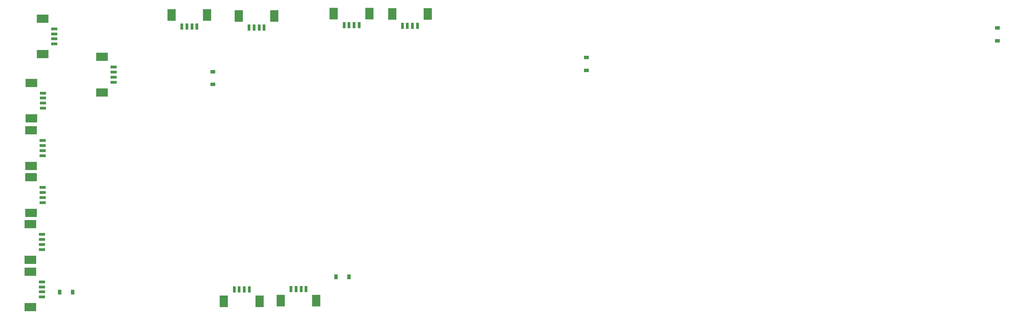
<source format=gbp>
G04 Layer_Color=128*
%FSLAX42Y42*%
%MOMM*%
G71*
G01*
G75*
%ADD17R,0.90X1.20*%
%ADD18R,1.60X0.80*%
%ADD19R,3.00X2.10*%
%ADD20R,2.10X3.00*%
%ADD21R,0.80X1.60*%
%ADD22R,1.20X0.90*%
D17*
X8641Y1270D02*
D03*
X8961D02*
D03*
X2103Y889D02*
D03*
X1783D02*
D03*
D18*
X3124Y6113D02*
D03*
Y6238D02*
D03*
Y6363D02*
D03*
Y6488D02*
D03*
X1370Y5466D02*
D03*
Y5591D02*
D03*
Y5716D02*
D03*
Y5841D02*
D03*
X1651Y7065D02*
D03*
Y7190D02*
D03*
Y7315D02*
D03*
Y7440D02*
D03*
X1346Y1947D02*
D03*
Y2072D02*
D03*
Y2197D02*
D03*
Y2322D02*
D03*
X1359Y3491D02*
D03*
Y3365D02*
D03*
Y3241D02*
D03*
Y3116D02*
D03*
Y4284D02*
D03*
Y4409D02*
D03*
Y4534D02*
D03*
Y4659D02*
D03*
X1346Y1141D02*
D03*
Y1016D02*
D03*
Y891D02*
D03*
Y766D02*
D03*
D19*
X2834Y5858D02*
D03*
Y6743D02*
D03*
X1080Y5211D02*
D03*
Y6096D02*
D03*
X1361Y6810D02*
D03*
Y7695D02*
D03*
X1056Y1692D02*
D03*
Y2577D02*
D03*
X1069Y3745D02*
D03*
Y2861D02*
D03*
X1069Y4029D02*
D03*
Y4914D02*
D03*
X1056Y1396D02*
D03*
Y511D02*
D03*
D20*
X5444Y7785D02*
D03*
X4559D02*
D03*
X7112Y7760D02*
D03*
X6227D02*
D03*
X9470Y7823D02*
D03*
X8585D02*
D03*
X10919Y7808D02*
D03*
X10034D02*
D03*
X5859Y660D02*
D03*
X6744D02*
D03*
X7268Y673D02*
D03*
X8153D02*
D03*
D21*
X5189Y7495D02*
D03*
X5064D02*
D03*
X4939D02*
D03*
X4814D02*
D03*
X6857Y7470D02*
D03*
X6732D02*
D03*
X6607D02*
D03*
X6482D02*
D03*
X9215Y7533D02*
D03*
X9090D02*
D03*
X8965D02*
D03*
X8840D02*
D03*
X10664Y7518D02*
D03*
X10539D02*
D03*
X10414D02*
D03*
X10289D02*
D03*
X6114Y950D02*
D03*
X6239D02*
D03*
X6364D02*
D03*
X6489D02*
D03*
X7523Y963D02*
D03*
X7648D02*
D03*
X7773D02*
D03*
X7898D02*
D03*
D22*
X25057Y7143D02*
D03*
Y7462D02*
D03*
X14859Y6406D02*
D03*
Y6726D02*
D03*
X5588Y6055D02*
D03*
Y6375D02*
D03*
M02*

</source>
